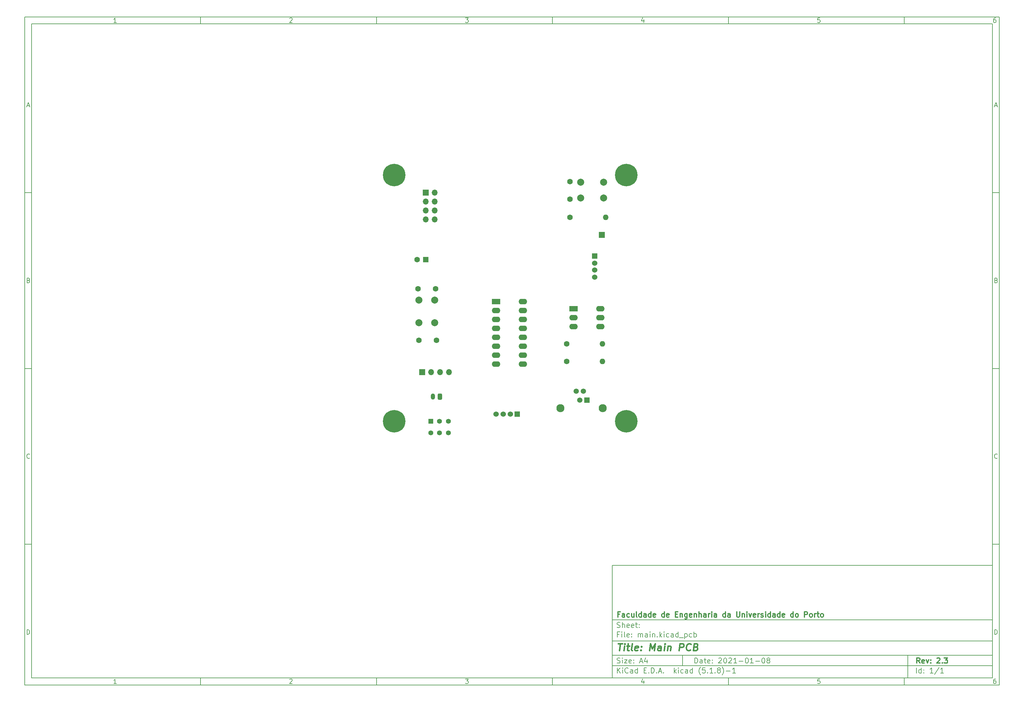
<source format=gbr>
%TF.GenerationSoftware,KiCad,Pcbnew,(5.1.8)-1*%
%TF.CreationDate,2021-01-08T10:56:16+00:00*%
%TF.ProjectId,main,6d61696e-2e6b-4696-9361-645f70636258,2.3*%
%TF.SameCoordinates,Original*%
%TF.FileFunction,Soldermask,Top*%
%TF.FilePolarity,Negative*%
%FSLAX46Y46*%
G04 Gerber Fmt 4.6, Leading zero omitted, Abs format (unit mm)*
G04 Created by KiCad (PCBNEW (5.1.8)-1) date 2021-01-08 10:56:16*
%MOMM*%
%LPD*%
G01*
G04 APERTURE LIST*
%ADD10C,0.100000*%
%ADD11C,0.150000*%
%ADD12C,0.300000*%
%ADD13C,0.400000*%
%ADD14C,1.500000*%
%ADD15C,2.300000*%
%ADD16R,1.500000X1.500000*%
%ADD17C,1.524000*%
%ADD18R,1.524000X1.524000*%
%ADD19C,6.400000*%
%ADD20O,2.400000X1.600000*%
%ADD21R,2.400000X1.600000*%
%ADD22C,2.000000*%
%ADD23O,1.600000X1.600000*%
%ADD24C,1.600000*%
%ADD25R,1.600000X1.600000*%
%ADD26C,1.400000*%
%ADD27R,1.400000X1.400000*%
%ADD28O,1.700000X1.700000*%
%ADD29R,1.700000X1.700000*%
%ADD30O,1.200000X1.750000*%
G04 APERTURE END LIST*
D10*
D11*
X177002200Y-166007200D02*
X177002200Y-198007200D01*
X285002200Y-198007200D01*
X285002200Y-166007200D01*
X177002200Y-166007200D01*
D10*
D11*
X10000000Y-10000000D02*
X10000000Y-200007200D01*
X287002200Y-200007200D01*
X287002200Y-10000000D01*
X10000000Y-10000000D01*
D10*
D11*
X12000000Y-12000000D02*
X12000000Y-198007200D01*
X285002200Y-198007200D01*
X285002200Y-12000000D01*
X12000000Y-12000000D01*
D10*
D11*
X60000000Y-12000000D02*
X60000000Y-10000000D01*
D10*
D11*
X110000000Y-12000000D02*
X110000000Y-10000000D01*
D10*
D11*
X160000000Y-12000000D02*
X160000000Y-10000000D01*
D10*
D11*
X210000000Y-12000000D02*
X210000000Y-10000000D01*
D10*
D11*
X260000000Y-12000000D02*
X260000000Y-10000000D01*
D10*
D11*
X36065476Y-11588095D02*
X35322619Y-11588095D01*
X35694047Y-11588095D02*
X35694047Y-10288095D01*
X35570238Y-10473809D01*
X35446428Y-10597619D01*
X35322619Y-10659523D01*
D10*
D11*
X85322619Y-10411904D02*
X85384523Y-10350000D01*
X85508333Y-10288095D01*
X85817857Y-10288095D01*
X85941666Y-10350000D01*
X86003571Y-10411904D01*
X86065476Y-10535714D01*
X86065476Y-10659523D01*
X86003571Y-10845238D01*
X85260714Y-11588095D01*
X86065476Y-11588095D01*
D10*
D11*
X135260714Y-10288095D02*
X136065476Y-10288095D01*
X135632142Y-10783333D01*
X135817857Y-10783333D01*
X135941666Y-10845238D01*
X136003571Y-10907142D01*
X136065476Y-11030952D01*
X136065476Y-11340476D01*
X136003571Y-11464285D01*
X135941666Y-11526190D01*
X135817857Y-11588095D01*
X135446428Y-11588095D01*
X135322619Y-11526190D01*
X135260714Y-11464285D01*
D10*
D11*
X185941666Y-10721428D02*
X185941666Y-11588095D01*
X185632142Y-10226190D02*
X185322619Y-11154761D01*
X186127380Y-11154761D01*
D10*
D11*
X236003571Y-10288095D02*
X235384523Y-10288095D01*
X235322619Y-10907142D01*
X235384523Y-10845238D01*
X235508333Y-10783333D01*
X235817857Y-10783333D01*
X235941666Y-10845238D01*
X236003571Y-10907142D01*
X236065476Y-11030952D01*
X236065476Y-11340476D01*
X236003571Y-11464285D01*
X235941666Y-11526190D01*
X235817857Y-11588095D01*
X235508333Y-11588095D01*
X235384523Y-11526190D01*
X235322619Y-11464285D01*
D10*
D11*
X285941666Y-10288095D02*
X285694047Y-10288095D01*
X285570238Y-10350000D01*
X285508333Y-10411904D01*
X285384523Y-10597619D01*
X285322619Y-10845238D01*
X285322619Y-11340476D01*
X285384523Y-11464285D01*
X285446428Y-11526190D01*
X285570238Y-11588095D01*
X285817857Y-11588095D01*
X285941666Y-11526190D01*
X286003571Y-11464285D01*
X286065476Y-11340476D01*
X286065476Y-11030952D01*
X286003571Y-10907142D01*
X285941666Y-10845238D01*
X285817857Y-10783333D01*
X285570238Y-10783333D01*
X285446428Y-10845238D01*
X285384523Y-10907142D01*
X285322619Y-11030952D01*
D10*
D11*
X60000000Y-198007200D02*
X60000000Y-200007200D01*
D10*
D11*
X110000000Y-198007200D02*
X110000000Y-200007200D01*
D10*
D11*
X160000000Y-198007200D02*
X160000000Y-200007200D01*
D10*
D11*
X210000000Y-198007200D02*
X210000000Y-200007200D01*
D10*
D11*
X260000000Y-198007200D02*
X260000000Y-200007200D01*
D10*
D11*
X36065476Y-199595295D02*
X35322619Y-199595295D01*
X35694047Y-199595295D02*
X35694047Y-198295295D01*
X35570238Y-198481009D01*
X35446428Y-198604819D01*
X35322619Y-198666723D01*
D10*
D11*
X85322619Y-198419104D02*
X85384523Y-198357200D01*
X85508333Y-198295295D01*
X85817857Y-198295295D01*
X85941666Y-198357200D01*
X86003571Y-198419104D01*
X86065476Y-198542914D01*
X86065476Y-198666723D01*
X86003571Y-198852438D01*
X85260714Y-199595295D01*
X86065476Y-199595295D01*
D10*
D11*
X135260714Y-198295295D02*
X136065476Y-198295295D01*
X135632142Y-198790533D01*
X135817857Y-198790533D01*
X135941666Y-198852438D01*
X136003571Y-198914342D01*
X136065476Y-199038152D01*
X136065476Y-199347676D01*
X136003571Y-199471485D01*
X135941666Y-199533390D01*
X135817857Y-199595295D01*
X135446428Y-199595295D01*
X135322619Y-199533390D01*
X135260714Y-199471485D01*
D10*
D11*
X185941666Y-198728628D02*
X185941666Y-199595295D01*
X185632142Y-198233390D02*
X185322619Y-199161961D01*
X186127380Y-199161961D01*
D10*
D11*
X236003571Y-198295295D02*
X235384523Y-198295295D01*
X235322619Y-198914342D01*
X235384523Y-198852438D01*
X235508333Y-198790533D01*
X235817857Y-198790533D01*
X235941666Y-198852438D01*
X236003571Y-198914342D01*
X236065476Y-199038152D01*
X236065476Y-199347676D01*
X236003571Y-199471485D01*
X235941666Y-199533390D01*
X235817857Y-199595295D01*
X235508333Y-199595295D01*
X235384523Y-199533390D01*
X235322619Y-199471485D01*
D10*
D11*
X285941666Y-198295295D02*
X285694047Y-198295295D01*
X285570238Y-198357200D01*
X285508333Y-198419104D01*
X285384523Y-198604819D01*
X285322619Y-198852438D01*
X285322619Y-199347676D01*
X285384523Y-199471485D01*
X285446428Y-199533390D01*
X285570238Y-199595295D01*
X285817857Y-199595295D01*
X285941666Y-199533390D01*
X286003571Y-199471485D01*
X286065476Y-199347676D01*
X286065476Y-199038152D01*
X286003571Y-198914342D01*
X285941666Y-198852438D01*
X285817857Y-198790533D01*
X285570238Y-198790533D01*
X285446428Y-198852438D01*
X285384523Y-198914342D01*
X285322619Y-199038152D01*
D10*
D11*
X10000000Y-60000000D02*
X12000000Y-60000000D01*
D10*
D11*
X10000000Y-110000000D02*
X12000000Y-110000000D01*
D10*
D11*
X10000000Y-160000000D02*
X12000000Y-160000000D01*
D10*
D11*
X10690476Y-35216666D02*
X11309523Y-35216666D01*
X10566666Y-35588095D02*
X11000000Y-34288095D01*
X11433333Y-35588095D01*
D10*
D11*
X11092857Y-84907142D02*
X11278571Y-84969047D01*
X11340476Y-85030952D01*
X11402380Y-85154761D01*
X11402380Y-85340476D01*
X11340476Y-85464285D01*
X11278571Y-85526190D01*
X11154761Y-85588095D01*
X10659523Y-85588095D01*
X10659523Y-84288095D01*
X11092857Y-84288095D01*
X11216666Y-84350000D01*
X11278571Y-84411904D01*
X11340476Y-84535714D01*
X11340476Y-84659523D01*
X11278571Y-84783333D01*
X11216666Y-84845238D01*
X11092857Y-84907142D01*
X10659523Y-84907142D01*
D10*
D11*
X11402380Y-135464285D02*
X11340476Y-135526190D01*
X11154761Y-135588095D01*
X11030952Y-135588095D01*
X10845238Y-135526190D01*
X10721428Y-135402380D01*
X10659523Y-135278571D01*
X10597619Y-135030952D01*
X10597619Y-134845238D01*
X10659523Y-134597619D01*
X10721428Y-134473809D01*
X10845238Y-134350000D01*
X11030952Y-134288095D01*
X11154761Y-134288095D01*
X11340476Y-134350000D01*
X11402380Y-134411904D01*
D10*
D11*
X10659523Y-185588095D02*
X10659523Y-184288095D01*
X10969047Y-184288095D01*
X11154761Y-184350000D01*
X11278571Y-184473809D01*
X11340476Y-184597619D01*
X11402380Y-184845238D01*
X11402380Y-185030952D01*
X11340476Y-185278571D01*
X11278571Y-185402380D01*
X11154761Y-185526190D01*
X10969047Y-185588095D01*
X10659523Y-185588095D01*
D10*
D11*
X287002200Y-60000000D02*
X285002200Y-60000000D01*
D10*
D11*
X287002200Y-110000000D02*
X285002200Y-110000000D01*
D10*
D11*
X287002200Y-160000000D02*
X285002200Y-160000000D01*
D10*
D11*
X285692676Y-35216666D02*
X286311723Y-35216666D01*
X285568866Y-35588095D02*
X286002200Y-34288095D01*
X286435533Y-35588095D01*
D10*
D11*
X286095057Y-84907142D02*
X286280771Y-84969047D01*
X286342676Y-85030952D01*
X286404580Y-85154761D01*
X286404580Y-85340476D01*
X286342676Y-85464285D01*
X286280771Y-85526190D01*
X286156961Y-85588095D01*
X285661723Y-85588095D01*
X285661723Y-84288095D01*
X286095057Y-84288095D01*
X286218866Y-84350000D01*
X286280771Y-84411904D01*
X286342676Y-84535714D01*
X286342676Y-84659523D01*
X286280771Y-84783333D01*
X286218866Y-84845238D01*
X286095057Y-84907142D01*
X285661723Y-84907142D01*
D10*
D11*
X286404580Y-135464285D02*
X286342676Y-135526190D01*
X286156961Y-135588095D01*
X286033152Y-135588095D01*
X285847438Y-135526190D01*
X285723628Y-135402380D01*
X285661723Y-135278571D01*
X285599819Y-135030952D01*
X285599819Y-134845238D01*
X285661723Y-134597619D01*
X285723628Y-134473809D01*
X285847438Y-134350000D01*
X286033152Y-134288095D01*
X286156961Y-134288095D01*
X286342676Y-134350000D01*
X286404580Y-134411904D01*
D10*
D11*
X285661723Y-185588095D02*
X285661723Y-184288095D01*
X285971247Y-184288095D01*
X286156961Y-184350000D01*
X286280771Y-184473809D01*
X286342676Y-184597619D01*
X286404580Y-184845238D01*
X286404580Y-185030952D01*
X286342676Y-185278571D01*
X286280771Y-185402380D01*
X286156961Y-185526190D01*
X285971247Y-185588095D01*
X285661723Y-185588095D01*
D10*
D11*
X200434342Y-193785771D02*
X200434342Y-192285771D01*
X200791485Y-192285771D01*
X201005771Y-192357200D01*
X201148628Y-192500057D01*
X201220057Y-192642914D01*
X201291485Y-192928628D01*
X201291485Y-193142914D01*
X201220057Y-193428628D01*
X201148628Y-193571485D01*
X201005771Y-193714342D01*
X200791485Y-193785771D01*
X200434342Y-193785771D01*
X202577200Y-193785771D02*
X202577200Y-193000057D01*
X202505771Y-192857200D01*
X202362914Y-192785771D01*
X202077200Y-192785771D01*
X201934342Y-192857200D01*
X202577200Y-193714342D02*
X202434342Y-193785771D01*
X202077200Y-193785771D01*
X201934342Y-193714342D01*
X201862914Y-193571485D01*
X201862914Y-193428628D01*
X201934342Y-193285771D01*
X202077200Y-193214342D01*
X202434342Y-193214342D01*
X202577200Y-193142914D01*
X203077200Y-192785771D02*
X203648628Y-192785771D01*
X203291485Y-192285771D02*
X203291485Y-193571485D01*
X203362914Y-193714342D01*
X203505771Y-193785771D01*
X203648628Y-193785771D01*
X204720057Y-193714342D02*
X204577200Y-193785771D01*
X204291485Y-193785771D01*
X204148628Y-193714342D01*
X204077200Y-193571485D01*
X204077200Y-193000057D01*
X204148628Y-192857200D01*
X204291485Y-192785771D01*
X204577200Y-192785771D01*
X204720057Y-192857200D01*
X204791485Y-193000057D01*
X204791485Y-193142914D01*
X204077200Y-193285771D01*
X205434342Y-193642914D02*
X205505771Y-193714342D01*
X205434342Y-193785771D01*
X205362914Y-193714342D01*
X205434342Y-193642914D01*
X205434342Y-193785771D01*
X205434342Y-192857200D02*
X205505771Y-192928628D01*
X205434342Y-193000057D01*
X205362914Y-192928628D01*
X205434342Y-192857200D01*
X205434342Y-193000057D01*
X207220057Y-192428628D02*
X207291485Y-192357200D01*
X207434342Y-192285771D01*
X207791485Y-192285771D01*
X207934342Y-192357200D01*
X208005771Y-192428628D01*
X208077200Y-192571485D01*
X208077200Y-192714342D01*
X208005771Y-192928628D01*
X207148628Y-193785771D01*
X208077200Y-193785771D01*
X209005771Y-192285771D02*
X209148628Y-192285771D01*
X209291485Y-192357200D01*
X209362914Y-192428628D01*
X209434342Y-192571485D01*
X209505771Y-192857200D01*
X209505771Y-193214342D01*
X209434342Y-193500057D01*
X209362914Y-193642914D01*
X209291485Y-193714342D01*
X209148628Y-193785771D01*
X209005771Y-193785771D01*
X208862914Y-193714342D01*
X208791485Y-193642914D01*
X208720057Y-193500057D01*
X208648628Y-193214342D01*
X208648628Y-192857200D01*
X208720057Y-192571485D01*
X208791485Y-192428628D01*
X208862914Y-192357200D01*
X209005771Y-192285771D01*
X210077200Y-192428628D02*
X210148628Y-192357200D01*
X210291485Y-192285771D01*
X210648628Y-192285771D01*
X210791485Y-192357200D01*
X210862914Y-192428628D01*
X210934342Y-192571485D01*
X210934342Y-192714342D01*
X210862914Y-192928628D01*
X210005771Y-193785771D01*
X210934342Y-193785771D01*
X212362914Y-193785771D02*
X211505771Y-193785771D01*
X211934342Y-193785771D02*
X211934342Y-192285771D01*
X211791485Y-192500057D01*
X211648628Y-192642914D01*
X211505771Y-192714342D01*
X213005771Y-193214342D02*
X214148628Y-193214342D01*
X215148628Y-192285771D02*
X215291485Y-192285771D01*
X215434342Y-192357200D01*
X215505771Y-192428628D01*
X215577200Y-192571485D01*
X215648628Y-192857200D01*
X215648628Y-193214342D01*
X215577200Y-193500057D01*
X215505771Y-193642914D01*
X215434342Y-193714342D01*
X215291485Y-193785771D01*
X215148628Y-193785771D01*
X215005771Y-193714342D01*
X214934342Y-193642914D01*
X214862914Y-193500057D01*
X214791485Y-193214342D01*
X214791485Y-192857200D01*
X214862914Y-192571485D01*
X214934342Y-192428628D01*
X215005771Y-192357200D01*
X215148628Y-192285771D01*
X217077200Y-193785771D02*
X216220057Y-193785771D01*
X216648628Y-193785771D02*
X216648628Y-192285771D01*
X216505771Y-192500057D01*
X216362914Y-192642914D01*
X216220057Y-192714342D01*
X217720057Y-193214342D02*
X218862914Y-193214342D01*
X219862914Y-192285771D02*
X220005771Y-192285771D01*
X220148628Y-192357200D01*
X220220057Y-192428628D01*
X220291485Y-192571485D01*
X220362914Y-192857200D01*
X220362914Y-193214342D01*
X220291485Y-193500057D01*
X220220057Y-193642914D01*
X220148628Y-193714342D01*
X220005771Y-193785771D01*
X219862914Y-193785771D01*
X219720057Y-193714342D01*
X219648628Y-193642914D01*
X219577200Y-193500057D01*
X219505771Y-193214342D01*
X219505771Y-192857200D01*
X219577200Y-192571485D01*
X219648628Y-192428628D01*
X219720057Y-192357200D01*
X219862914Y-192285771D01*
X221220057Y-192928628D02*
X221077200Y-192857200D01*
X221005771Y-192785771D01*
X220934342Y-192642914D01*
X220934342Y-192571485D01*
X221005771Y-192428628D01*
X221077200Y-192357200D01*
X221220057Y-192285771D01*
X221505771Y-192285771D01*
X221648628Y-192357200D01*
X221720057Y-192428628D01*
X221791485Y-192571485D01*
X221791485Y-192642914D01*
X221720057Y-192785771D01*
X221648628Y-192857200D01*
X221505771Y-192928628D01*
X221220057Y-192928628D01*
X221077200Y-193000057D01*
X221005771Y-193071485D01*
X220934342Y-193214342D01*
X220934342Y-193500057D01*
X221005771Y-193642914D01*
X221077200Y-193714342D01*
X221220057Y-193785771D01*
X221505771Y-193785771D01*
X221648628Y-193714342D01*
X221720057Y-193642914D01*
X221791485Y-193500057D01*
X221791485Y-193214342D01*
X221720057Y-193071485D01*
X221648628Y-193000057D01*
X221505771Y-192928628D01*
D10*
D11*
X177002200Y-194507200D02*
X285002200Y-194507200D01*
D10*
D11*
X178434342Y-196585771D02*
X178434342Y-195085771D01*
X179291485Y-196585771D02*
X178648628Y-195728628D01*
X179291485Y-195085771D02*
X178434342Y-195942914D01*
X179934342Y-196585771D02*
X179934342Y-195585771D01*
X179934342Y-195085771D02*
X179862914Y-195157200D01*
X179934342Y-195228628D01*
X180005771Y-195157200D01*
X179934342Y-195085771D01*
X179934342Y-195228628D01*
X181505771Y-196442914D02*
X181434342Y-196514342D01*
X181220057Y-196585771D01*
X181077200Y-196585771D01*
X180862914Y-196514342D01*
X180720057Y-196371485D01*
X180648628Y-196228628D01*
X180577200Y-195942914D01*
X180577200Y-195728628D01*
X180648628Y-195442914D01*
X180720057Y-195300057D01*
X180862914Y-195157200D01*
X181077200Y-195085771D01*
X181220057Y-195085771D01*
X181434342Y-195157200D01*
X181505771Y-195228628D01*
X182791485Y-196585771D02*
X182791485Y-195800057D01*
X182720057Y-195657200D01*
X182577200Y-195585771D01*
X182291485Y-195585771D01*
X182148628Y-195657200D01*
X182791485Y-196514342D02*
X182648628Y-196585771D01*
X182291485Y-196585771D01*
X182148628Y-196514342D01*
X182077200Y-196371485D01*
X182077200Y-196228628D01*
X182148628Y-196085771D01*
X182291485Y-196014342D01*
X182648628Y-196014342D01*
X182791485Y-195942914D01*
X184148628Y-196585771D02*
X184148628Y-195085771D01*
X184148628Y-196514342D02*
X184005771Y-196585771D01*
X183720057Y-196585771D01*
X183577200Y-196514342D01*
X183505771Y-196442914D01*
X183434342Y-196300057D01*
X183434342Y-195871485D01*
X183505771Y-195728628D01*
X183577200Y-195657200D01*
X183720057Y-195585771D01*
X184005771Y-195585771D01*
X184148628Y-195657200D01*
X186005771Y-195800057D02*
X186505771Y-195800057D01*
X186720057Y-196585771D02*
X186005771Y-196585771D01*
X186005771Y-195085771D01*
X186720057Y-195085771D01*
X187362914Y-196442914D02*
X187434342Y-196514342D01*
X187362914Y-196585771D01*
X187291485Y-196514342D01*
X187362914Y-196442914D01*
X187362914Y-196585771D01*
X188077200Y-196585771D02*
X188077200Y-195085771D01*
X188434342Y-195085771D01*
X188648628Y-195157200D01*
X188791485Y-195300057D01*
X188862914Y-195442914D01*
X188934342Y-195728628D01*
X188934342Y-195942914D01*
X188862914Y-196228628D01*
X188791485Y-196371485D01*
X188648628Y-196514342D01*
X188434342Y-196585771D01*
X188077200Y-196585771D01*
X189577200Y-196442914D02*
X189648628Y-196514342D01*
X189577200Y-196585771D01*
X189505771Y-196514342D01*
X189577200Y-196442914D01*
X189577200Y-196585771D01*
X190220057Y-196157200D02*
X190934342Y-196157200D01*
X190077200Y-196585771D02*
X190577200Y-195085771D01*
X191077200Y-196585771D01*
X191577200Y-196442914D02*
X191648628Y-196514342D01*
X191577200Y-196585771D01*
X191505771Y-196514342D01*
X191577200Y-196442914D01*
X191577200Y-196585771D01*
X194577200Y-196585771D02*
X194577200Y-195085771D01*
X194720057Y-196014342D02*
X195148628Y-196585771D01*
X195148628Y-195585771D02*
X194577200Y-196157200D01*
X195791485Y-196585771D02*
X195791485Y-195585771D01*
X195791485Y-195085771D02*
X195720057Y-195157200D01*
X195791485Y-195228628D01*
X195862914Y-195157200D01*
X195791485Y-195085771D01*
X195791485Y-195228628D01*
X197148628Y-196514342D02*
X197005771Y-196585771D01*
X196720057Y-196585771D01*
X196577200Y-196514342D01*
X196505771Y-196442914D01*
X196434342Y-196300057D01*
X196434342Y-195871485D01*
X196505771Y-195728628D01*
X196577200Y-195657200D01*
X196720057Y-195585771D01*
X197005771Y-195585771D01*
X197148628Y-195657200D01*
X198434342Y-196585771D02*
X198434342Y-195800057D01*
X198362914Y-195657200D01*
X198220057Y-195585771D01*
X197934342Y-195585771D01*
X197791485Y-195657200D01*
X198434342Y-196514342D02*
X198291485Y-196585771D01*
X197934342Y-196585771D01*
X197791485Y-196514342D01*
X197720057Y-196371485D01*
X197720057Y-196228628D01*
X197791485Y-196085771D01*
X197934342Y-196014342D01*
X198291485Y-196014342D01*
X198434342Y-195942914D01*
X199791485Y-196585771D02*
X199791485Y-195085771D01*
X199791485Y-196514342D02*
X199648628Y-196585771D01*
X199362914Y-196585771D01*
X199220057Y-196514342D01*
X199148628Y-196442914D01*
X199077200Y-196300057D01*
X199077200Y-195871485D01*
X199148628Y-195728628D01*
X199220057Y-195657200D01*
X199362914Y-195585771D01*
X199648628Y-195585771D01*
X199791485Y-195657200D01*
X202077200Y-197157200D02*
X202005771Y-197085771D01*
X201862914Y-196871485D01*
X201791485Y-196728628D01*
X201720057Y-196514342D01*
X201648628Y-196157200D01*
X201648628Y-195871485D01*
X201720057Y-195514342D01*
X201791485Y-195300057D01*
X201862914Y-195157200D01*
X202005771Y-194942914D01*
X202077200Y-194871485D01*
X203362914Y-195085771D02*
X202648628Y-195085771D01*
X202577200Y-195800057D01*
X202648628Y-195728628D01*
X202791485Y-195657200D01*
X203148628Y-195657200D01*
X203291485Y-195728628D01*
X203362914Y-195800057D01*
X203434342Y-195942914D01*
X203434342Y-196300057D01*
X203362914Y-196442914D01*
X203291485Y-196514342D01*
X203148628Y-196585771D01*
X202791485Y-196585771D01*
X202648628Y-196514342D01*
X202577200Y-196442914D01*
X204077200Y-196442914D02*
X204148628Y-196514342D01*
X204077200Y-196585771D01*
X204005771Y-196514342D01*
X204077200Y-196442914D01*
X204077200Y-196585771D01*
X205577200Y-196585771D02*
X204720057Y-196585771D01*
X205148628Y-196585771D02*
X205148628Y-195085771D01*
X205005771Y-195300057D01*
X204862914Y-195442914D01*
X204720057Y-195514342D01*
X206220057Y-196442914D02*
X206291485Y-196514342D01*
X206220057Y-196585771D01*
X206148628Y-196514342D01*
X206220057Y-196442914D01*
X206220057Y-196585771D01*
X207148628Y-195728628D02*
X207005771Y-195657200D01*
X206934342Y-195585771D01*
X206862914Y-195442914D01*
X206862914Y-195371485D01*
X206934342Y-195228628D01*
X207005771Y-195157200D01*
X207148628Y-195085771D01*
X207434342Y-195085771D01*
X207577200Y-195157200D01*
X207648628Y-195228628D01*
X207720057Y-195371485D01*
X207720057Y-195442914D01*
X207648628Y-195585771D01*
X207577200Y-195657200D01*
X207434342Y-195728628D01*
X207148628Y-195728628D01*
X207005771Y-195800057D01*
X206934342Y-195871485D01*
X206862914Y-196014342D01*
X206862914Y-196300057D01*
X206934342Y-196442914D01*
X207005771Y-196514342D01*
X207148628Y-196585771D01*
X207434342Y-196585771D01*
X207577200Y-196514342D01*
X207648628Y-196442914D01*
X207720057Y-196300057D01*
X207720057Y-196014342D01*
X207648628Y-195871485D01*
X207577200Y-195800057D01*
X207434342Y-195728628D01*
X208220057Y-197157200D02*
X208291485Y-197085771D01*
X208434342Y-196871485D01*
X208505771Y-196728628D01*
X208577200Y-196514342D01*
X208648628Y-196157200D01*
X208648628Y-195871485D01*
X208577200Y-195514342D01*
X208505771Y-195300057D01*
X208434342Y-195157200D01*
X208291485Y-194942914D01*
X208220057Y-194871485D01*
X209362914Y-196014342D02*
X210505771Y-196014342D01*
X212005771Y-196585771D02*
X211148628Y-196585771D01*
X211577200Y-196585771D02*
X211577200Y-195085771D01*
X211434342Y-195300057D01*
X211291485Y-195442914D01*
X211148628Y-195514342D01*
D10*
D11*
X177002200Y-191507200D02*
X285002200Y-191507200D01*
D10*
D12*
X264411485Y-193785771D02*
X263911485Y-193071485D01*
X263554342Y-193785771D02*
X263554342Y-192285771D01*
X264125771Y-192285771D01*
X264268628Y-192357200D01*
X264340057Y-192428628D01*
X264411485Y-192571485D01*
X264411485Y-192785771D01*
X264340057Y-192928628D01*
X264268628Y-193000057D01*
X264125771Y-193071485D01*
X263554342Y-193071485D01*
X265625771Y-193714342D02*
X265482914Y-193785771D01*
X265197200Y-193785771D01*
X265054342Y-193714342D01*
X264982914Y-193571485D01*
X264982914Y-193000057D01*
X265054342Y-192857200D01*
X265197200Y-192785771D01*
X265482914Y-192785771D01*
X265625771Y-192857200D01*
X265697200Y-193000057D01*
X265697200Y-193142914D01*
X264982914Y-193285771D01*
X266197200Y-192785771D02*
X266554342Y-193785771D01*
X266911485Y-192785771D01*
X267482914Y-193642914D02*
X267554342Y-193714342D01*
X267482914Y-193785771D01*
X267411485Y-193714342D01*
X267482914Y-193642914D01*
X267482914Y-193785771D01*
X267482914Y-192857200D02*
X267554342Y-192928628D01*
X267482914Y-193000057D01*
X267411485Y-192928628D01*
X267482914Y-192857200D01*
X267482914Y-193000057D01*
X269268628Y-192428628D02*
X269340057Y-192357200D01*
X269482914Y-192285771D01*
X269840057Y-192285771D01*
X269982914Y-192357200D01*
X270054342Y-192428628D01*
X270125771Y-192571485D01*
X270125771Y-192714342D01*
X270054342Y-192928628D01*
X269197200Y-193785771D01*
X270125771Y-193785771D01*
X270768628Y-193642914D02*
X270840057Y-193714342D01*
X270768628Y-193785771D01*
X270697200Y-193714342D01*
X270768628Y-193642914D01*
X270768628Y-193785771D01*
X271340057Y-192285771D02*
X272268628Y-192285771D01*
X271768628Y-192857200D01*
X271982914Y-192857200D01*
X272125771Y-192928628D01*
X272197200Y-193000057D01*
X272268628Y-193142914D01*
X272268628Y-193500057D01*
X272197200Y-193642914D01*
X272125771Y-193714342D01*
X271982914Y-193785771D01*
X271554342Y-193785771D01*
X271411485Y-193714342D01*
X271340057Y-193642914D01*
D10*
D11*
X178362914Y-193714342D02*
X178577200Y-193785771D01*
X178934342Y-193785771D01*
X179077200Y-193714342D01*
X179148628Y-193642914D01*
X179220057Y-193500057D01*
X179220057Y-193357200D01*
X179148628Y-193214342D01*
X179077200Y-193142914D01*
X178934342Y-193071485D01*
X178648628Y-193000057D01*
X178505771Y-192928628D01*
X178434342Y-192857200D01*
X178362914Y-192714342D01*
X178362914Y-192571485D01*
X178434342Y-192428628D01*
X178505771Y-192357200D01*
X178648628Y-192285771D01*
X179005771Y-192285771D01*
X179220057Y-192357200D01*
X179862914Y-193785771D02*
X179862914Y-192785771D01*
X179862914Y-192285771D02*
X179791485Y-192357200D01*
X179862914Y-192428628D01*
X179934342Y-192357200D01*
X179862914Y-192285771D01*
X179862914Y-192428628D01*
X180434342Y-192785771D02*
X181220057Y-192785771D01*
X180434342Y-193785771D01*
X181220057Y-193785771D01*
X182362914Y-193714342D02*
X182220057Y-193785771D01*
X181934342Y-193785771D01*
X181791485Y-193714342D01*
X181720057Y-193571485D01*
X181720057Y-193000057D01*
X181791485Y-192857200D01*
X181934342Y-192785771D01*
X182220057Y-192785771D01*
X182362914Y-192857200D01*
X182434342Y-193000057D01*
X182434342Y-193142914D01*
X181720057Y-193285771D01*
X183077200Y-193642914D02*
X183148628Y-193714342D01*
X183077200Y-193785771D01*
X183005771Y-193714342D01*
X183077200Y-193642914D01*
X183077200Y-193785771D01*
X183077200Y-192857200D02*
X183148628Y-192928628D01*
X183077200Y-193000057D01*
X183005771Y-192928628D01*
X183077200Y-192857200D01*
X183077200Y-193000057D01*
X184862914Y-193357200D02*
X185577200Y-193357200D01*
X184720057Y-193785771D02*
X185220057Y-192285771D01*
X185720057Y-193785771D01*
X186862914Y-192785771D02*
X186862914Y-193785771D01*
X186505771Y-192214342D02*
X186148628Y-193285771D01*
X187077200Y-193285771D01*
D10*
D11*
X263434342Y-196585771D02*
X263434342Y-195085771D01*
X264791485Y-196585771D02*
X264791485Y-195085771D01*
X264791485Y-196514342D02*
X264648628Y-196585771D01*
X264362914Y-196585771D01*
X264220057Y-196514342D01*
X264148628Y-196442914D01*
X264077200Y-196300057D01*
X264077200Y-195871485D01*
X264148628Y-195728628D01*
X264220057Y-195657200D01*
X264362914Y-195585771D01*
X264648628Y-195585771D01*
X264791485Y-195657200D01*
X265505771Y-196442914D02*
X265577200Y-196514342D01*
X265505771Y-196585771D01*
X265434342Y-196514342D01*
X265505771Y-196442914D01*
X265505771Y-196585771D01*
X265505771Y-195657200D02*
X265577200Y-195728628D01*
X265505771Y-195800057D01*
X265434342Y-195728628D01*
X265505771Y-195657200D01*
X265505771Y-195800057D01*
X268148628Y-196585771D02*
X267291485Y-196585771D01*
X267720057Y-196585771D02*
X267720057Y-195085771D01*
X267577200Y-195300057D01*
X267434342Y-195442914D01*
X267291485Y-195514342D01*
X269862914Y-195014342D02*
X268577200Y-196942914D01*
X271148628Y-196585771D02*
X270291485Y-196585771D01*
X270720057Y-196585771D02*
X270720057Y-195085771D01*
X270577200Y-195300057D01*
X270434342Y-195442914D01*
X270291485Y-195514342D01*
D10*
D11*
X177002200Y-187507200D02*
X285002200Y-187507200D01*
D10*
D13*
X178714580Y-188211961D02*
X179857438Y-188211961D01*
X179036009Y-190211961D02*
X179286009Y-188211961D01*
X180274104Y-190211961D02*
X180440771Y-188878628D01*
X180524104Y-188211961D02*
X180416961Y-188307200D01*
X180500295Y-188402438D01*
X180607438Y-188307200D01*
X180524104Y-188211961D01*
X180500295Y-188402438D01*
X181107438Y-188878628D02*
X181869342Y-188878628D01*
X181476485Y-188211961D02*
X181262200Y-189926247D01*
X181333628Y-190116723D01*
X181512200Y-190211961D01*
X181702676Y-190211961D01*
X182655057Y-190211961D02*
X182476485Y-190116723D01*
X182405057Y-189926247D01*
X182619342Y-188211961D01*
X184190771Y-190116723D02*
X183988390Y-190211961D01*
X183607438Y-190211961D01*
X183428866Y-190116723D01*
X183357438Y-189926247D01*
X183452676Y-189164342D01*
X183571723Y-188973866D01*
X183774104Y-188878628D01*
X184155057Y-188878628D01*
X184333628Y-188973866D01*
X184405057Y-189164342D01*
X184381247Y-189354819D01*
X183405057Y-189545295D01*
X185155057Y-190021485D02*
X185238390Y-190116723D01*
X185131247Y-190211961D01*
X185047914Y-190116723D01*
X185155057Y-190021485D01*
X185131247Y-190211961D01*
X185286009Y-188973866D02*
X185369342Y-189069104D01*
X185262200Y-189164342D01*
X185178866Y-189069104D01*
X185286009Y-188973866D01*
X185262200Y-189164342D01*
X187607438Y-190211961D02*
X187857438Y-188211961D01*
X188345533Y-189640533D01*
X189190771Y-188211961D01*
X188940771Y-190211961D01*
X190750295Y-190211961D02*
X190881247Y-189164342D01*
X190809819Y-188973866D01*
X190631247Y-188878628D01*
X190250295Y-188878628D01*
X190047914Y-188973866D01*
X190762200Y-190116723D02*
X190559819Y-190211961D01*
X190083628Y-190211961D01*
X189905057Y-190116723D01*
X189833628Y-189926247D01*
X189857438Y-189735771D01*
X189976485Y-189545295D01*
X190178866Y-189450057D01*
X190655057Y-189450057D01*
X190857438Y-189354819D01*
X191702676Y-190211961D02*
X191869342Y-188878628D01*
X191952676Y-188211961D02*
X191845533Y-188307200D01*
X191928866Y-188402438D01*
X192036009Y-188307200D01*
X191952676Y-188211961D01*
X191928866Y-188402438D01*
X192821723Y-188878628D02*
X192655057Y-190211961D01*
X192797914Y-189069104D02*
X192905057Y-188973866D01*
X193107438Y-188878628D01*
X193393152Y-188878628D01*
X193571723Y-188973866D01*
X193643152Y-189164342D01*
X193512200Y-190211961D01*
X195988390Y-190211961D02*
X196238390Y-188211961D01*
X197000295Y-188211961D01*
X197178866Y-188307200D01*
X197262200Y-188402438D01*
X197333628Y-188592914D01*
X197297914Y-188878628D01*
X197178866Y-189069104D01*
X197071723Y-189164342D01*
X196869342Y-189259580D01*
X196107438Y-189259580D01*
X199155057Y-190021485D02*
X199047914Y-190116723D01*
X198750295Y-190211961D01*
X198559819Y-190211961D01*
X198286009Y-190116723D01*
X198119342Y-189926247D01*
X198047914Y-189735771D01*
X198000295Y-189354819D01*
X198036009Y-189069104D01*
X198178866Y-188688152D01*
X198297914Y-188497676D01*
X198512200Y-188307200D01*
X198809819Y-188211961D01*
X199000295Y-188211961D01*
X199274104Y-188307200D01*
X199357438Y-188402438D01*
X200786009Y-189164342D02*
X201059819Y-189259580D01*
X201143152Y-189354819D01*
X201214580Y-189545295D01*
X201178866Y-189831009D01*
X201059819Y-190021485D01*
X200952676Y-190116723D01*
X200750295Y-190211961D01*
X199988390Y-190211961D01*
X200238390Y-188211961D01*
X200905057Y-188211961D01*
X201083628Y-188307200D01*
X201166961Y-188402438D01*
X201238390Y-188592914D01*
X201214580Y-188783390D01*
X201095533Y-188973866D01*
X200988390Y-189069104D01*
X200786009Y-189164342D01*
X200119342Y-189164342D01*
D10*
D11*
X178934342Y-185600057D02*
X178434342Y-185600057D01*
X178434342Y-186385771D02*
X178434342Y-184885771D01*
X179148628Y-184885771D01*
X179720057Y-186385771D02*
X179720057Y-185385771D01*
X179720057Y-184885771D02*
X179648628Y-184957200D01*
X179720057Y-185028628D01*
X179791485Y-184957200D01*
X179720057Y-184885771D01*
X179720057Y-185028628D01*
X180648628Y-186385771D02*
X180505771Y-186314342D01*
X180434342Y-186171485D01*
X180434342Y-184885771D01*
X181791485Y-186314342D02*
X181648628Y-186385771D01*
X181362914Y-186385771D01*
X181220057Y-186314342D01*
X181148628Y-186171485D01*
X181148628Y-185600057D01*
X181220057Y-185457200D01*
X181362914Y-185385771D01*
X181648628Y-185385771D01*
X181791485Y-185457200D01*
X181862914Y-185600057D01*
X181862914Y-185742914D01*
X181148628Y-185885771D01*
X182505771Y-186242914D02*
X182577200Y-186314342D01*
X182505771Y-186385771D01*
X182434342Y-186314342D01*
X182505771Y-186242914D01*
X182505771Y-186385771D01*
X182505771Y-185457200D02*
X182577200Y-185528628D01*
X182505771Y-185600057D01*
X182434342Y-185528628D01*
X182505771Y-185457200D01*
X182505771Y-185600057D01*
X184362914Y-186385771D02*
X184362914Y-185385771D01*
X184362914Y-185528628D02*
X184434342Y-185457200D01*
X184577200Y-185385771D01*
X184791485Y-185385771D01*
X184934342Y-185457200D01*
X185005771Y-185600057D01*
X185005771Y-186385771D01*
X185005771Y-185600057D02*
X185077200Y-185457200D01*
X185220057Y-185385771D01*
X185434342Y-185385771D01*
X185577200Y-185457200D01*
X185648628Y-185600057D01*
X185648628Y-186385771D01*
X187005771Y-186385771D02*
X187005771Y-185600057D01*
X186934342Y-185457200D01*
X186791485Y-185385771D01*
X186505771Y-185385771D01*
X186362914Y-185457200D01*
X187005771Y-186314342D02*
X186862914Y-186385771D01*
X186505771Y-186385771D01*
X186362914Y-186314342D01*
X186291485Y-186171485D01*
X186291485Y-186028628D01*
X186362914Y-185885771D01*
X186505771Y-185814342D01*
X186862914Y-185814342D01*
X187005771Y-185742914D01*
X187720057Y-186385771D02*
X187720057Y-185385771D01*
X187720057Y-184885771D02*
X187648628Y-184957200D01*
X187720057Y-185028628D01*
X187791485Y-184957200D01*
X187720057Y-184885771D01*
X187720057Y-185028628D01*
X188434342Y-185385771D02*
X188434342Y-186385771D01*
X188434342Y-185528628D02*
X188505771Y-185457200D01*
X188648628Y-185385771D01*
X188862914Y-185385771D01*
X189005771Y-185457200D01*
X189077200Y-185600057D01*
X189077200Y-186385771D01*
X189791485Y-186242914D02*
X189862914Y-186314342D01*
X189791485Y-186385771D01*
X189720057Y-186314342D01*
X189791485Y-186242914D01*
X189791485Y-186385771D01*
X190505771Y-186385771D02*
X190505771Y-184885771D01*
X190648628Y-185814342D02*
X191077200Y-186385771D01*
X191077200Y-185385771D02*
X190505771Y-185957200D01*
X191720057Y-186385771D02*
X191720057Y-185385771D01*
X191720057Y-184885771D02*
X191648628Y-184957200D01*
X191720057Y-185028628D01*
X191791485Y-184957200D01*
X191720057Y-184885771D01*
X191720057Y-185028628D01*
X193077200Y-186314342D02*
X192934342Y-186385771D01*
X192648628Y-186385771D01*
X192505771Y-186314342D01*
X192434342Y-186242914D01*
X192362914Y-186100057D01*
X192362914Y-185671485D01*
X192434342Y-185528628D01*
X192505771Y-185457200D01*
X192648628Y-185385771D01*
X192934342Y-185385771D01*
X193077200Y-185457200D01*
X194362914Y-186385771D02*
X194362914Y-185600057D01*
X194291485Y-185457200D01*
X194148628Y-185385771D01*
X193862914Y-185385771D01*
X193720057Y-185457200D01*
X194362914Y-186314342D02*
X194220057Y-186385771D01*
X193862914Y-186385771D01*
X193720057Y-186314342D01*
X193648628Y-186171485D01*
X193648628Y-186028628D01*
X193720057Y-185885771D01*
X193862914Y-185814342D01*
X194220057Y-185814342D01*
X194362914Y-185742914D01*
X195720057Y-186385771D02*
X195720057Y-184885771D01*
X195720057Y-186314342D02*
X195577200Y-186385771D01*
X195291485Y-186385771D01*
X195148628Y-186314342D01*
X195077200Y-186242914D01*
X195005771Y-186100057D01*
X195005771Y-185671485D01*
X195077200Y-185528628D01*
X195148628Y-185457200D01*
X195291485Y-185385771D01*
X195577200Y-185385771D01*
X195720057Y-185457200D01*
X196077200Y-186528628D02*
X197220057Y-186528628D01*
X197577200Y-185385771D02*
X197577200Y-186885771D01*
X197577200Y-185457200D02*
X197720057Y-185385771D01*
X198005771Y-185385771D01*
X198148628Y-185457200D01*
X198220057Y-185528628D01*
X198291485Y-185671485D01*
X198291485Y-186100057D01*
X198220057Y-186242914D01*
X198148628Y-186314342D01*
X198005771Y-186385771D01*
X197720057Y-186385771D01*
X197577200Y-186314342D01*
X199577200Y-186314342D02*
X199434342Y-186385771D01*
X199148628Y-186385771D01*
X199005771Y-186314342D01*
X198934342Y-186242914D01*
X198862914Y-186100057D01*
X198862914Y-185671485D01*
X198934342Y-185528628D01*
X199005771Y-185457200D01*
X199148628Y-185385771D01*
X199434342Y-185385771D01*
X199577200Y-185457200D01*
X200220057Y-186385771D02*
X200220057Y-184885771D01*
X200220057Y-185457200D02*
X200362914Y-185385771D01*
X200648628Y-185385771D01*
X200791485Y-185457200D01*
X200862914Y-185528628D01*
X200934342Y-185671485D01*
X200934342Y-186100057D01*
X200862914Y-186242914D01*
X200791485Y-186314342D01*
X200648628Y-186385771D01*
X200362914Y-186385771D01*
X200220057Y-186314342D01*
D10*
D11*
X177002200Y-181507200D02*
X285002200Y-181507200D01*
D10*
D11*
X178362914Y-183614342D02*
X178577200Y-183685771D01*
X178934342Y-183685771D01*
X179077200Y-183614342D01*
X179148628Y-183542914D01*
X179220057Y-183400057D01*
X179220057Y-183257200D01*
X179148628Y-183114342D01*
X179077200Y-183042914D01*
X178934342Y-182971485D01*
X178648628Y-182900057D01*
X178505771Y-182828628D01*
X178434342Y-182757200D01*
X178362914Y-182614342D01*
X178362914Y-182471485D01*
X178434342Y-182328628D01*
X178505771Y-182257200D01*
X178648628Y-182185771D01*
X179005771Y-182185771D01*
X179220057Y-182257200D01*
X179862914Y-183685771D02*
X179862914Y-182185771D01*
X180505771Y-183685771D02*
X180505771Y-182900057D01*
X180434342Y-182757200D01*
X180291485Y-182685771D01*
X180077200Y-182685771D01*
X179934342Y-182757200D01*
X179862914Y-182828628D01*
X181791485Y-183614342D02*
X181648628Y-183685771D01*
X181362914Y-183685771D01*
X181220057Y-183614342D01*
X181148628Y-183471485D01*
X181148628Y-182900057D01*
X181220057Y-182757200D01*
X181362914Y-182685771D01*
X181648628Y-182685771D01*
X181791485Y-182757200D01*
X181862914Y-182900057D01*
X181862914Y-183042914D01*
X181148628Y-183185771D01*
X183077200Y-183614342D02*
X182934342Y-183685771D01*
X182648628Y-183685771D01*
X182505771Y-183614342D01*
X182434342Y-183471485D01*
X182434342Y-182900057D01*
X182505771Y-182757200D01*
X182648628Y-182685771D01*
X182934342Y-182685771D01*
X183077200Y-182757200D01*
X183148628Y-182900057D01*
X183148628Y-183042914D01*
X182434342Y-183185771D01*
X183577200Y-182685771D02*
X184148628Y-182685771D01*
X183791485Y-182185771D02*
X183791485Y-183471485D01*
X183862914Y-183614342D01*
X184005771Y-183685771D01*
X184148628Y-183685771D01*
X184648628Y-183542914D02*
X184720057Y-183614342D01*
X184648628Y-183685771D01*
X184577200Y-183614342D01*
X184648628Y-183542914D01*
X184648628Y-183685771D01*
X184648628Y-182757200D02*
X184720057Y-182828628D01*
X184648628Y-182900057D01*
X184577200Y-182828628D01*
X184648628Y-182757200D01*
X184648628Y-182900057D01*
D10*
D12*
X179054342Y-179900057D02*
X178554342Y-179900057D01*
X178554342Y-180685771D02*
X178554342Y-179185771D01*
X179268628Y-179185771D01*
X180482914Y-180685771D02*
X180482914Y-179900057D01*
X180411485Y-179757200D01*
X180268628Y-179685771D01*
X179982914Y-179685771D01*
X179840057Y-179757200D01*
X180482914Y-180614342D02*
X180340057Y-180685771D01*
X179982914Y-180685771D01*
X179840057Y-180614342D01*
X179768628Y-180471485D01*
X179768628Y-180328628D01*
X179840057Y-180185771D01*
X179982914Y-180114342D01*
X180340057Y-180114342D01*
X180482914Y-180042914D01*
X181840057Y-180614342D02*
X181697200Y-180685771D01*
X181411485Y-180685771D01*
X181268628Y-180614342D01*
X181197200Y-180542914D01*
X181125771Y-180400057D01*
X181125771Y-179971485D01*
X181197200Y-179828628D01*
X181268628Y-179757200D01*
X181411485Y-179685771D01*
X181697200Y-179685771D01*
X181840057Y-179757200D01*
X183125771Y-179685771D02*
X183125771Y-180685771D01*
X182482914Y-179685771D02*
X182482914Y-180471485D01*
X182554342Y-180614342D01*
X182697200Y-180685771D01*
X182911485Y-180685771D01*
X183054342Y-180614342D01*
X183125771Y-180542914D01*
X184054342Y-180685771D02*
X183911485Y-180614342D01*
X183840057Y-180471485D01*
X183840057Y-179185771D01*
X185268628Y-180685771D02*
X185268628Y-179185771D01*
X185268628Y-180614342D02*
X185125771Y-180685771D01*
X184840057Y-180685771D01*
X184697200Y-180614342D01*
X184625771Y-180542914D01*
X184554342Y-180400057D01*
X184554342Y-179971485D01*
X184625771Y-179828628D01*
X184697200Y-179757200D01*
X184840057Y-179685771D01*
X185125771Y-179685771D01*
X185268628Y-179757200D01*
X186625771Y-180685771D02*
X186625771Y-179900057D01*
X186554342Y-179757200D01*
X186411485Y-179685771D01*
X186125771Y-179685771D01*
X185982914Y-179757200D01*
X186625771Y-180614342D02*
X186482914Y-180685771D01*
X186125771Y-180685771D01*
X185982914Y-180614342D01*
X185911485Y-180471485D01*
X185911485Y-180328628D01*
X185982914Y-180185771D01*
X186125771Y-180114342D01*
X186482914Y-180114342D01*
X186625771Y-180042914D01*
X187982914Y-180685771D02*
X187982914Y-179185771D01*
X187982914Y-180614342D02*
X187840057Y-180685771D01*
X187554342Y-180685771D01*
X187411485Y-180614342D01*
X187340057Y-180542914D01*
X187268628Y-180400057D01*
X187268628Y-179971485D01*
X187340057Y-179828628D01*
X187411485Y-179757200D01*
X187554342Y-179685771D01*
X187840057Y-179685771D01*
X187982914Y-179757200D01*
X189268628Y-180614342D02*
X189125771Y-180685771D01*
X188840057Y-180685771D01*
X188697200Y-180614342D01*
X188625771Y-180471485D01*
X188625771Y-179900057D01*
X188697200Y-179757200D01*
X188840057Y-179685771D01*
X189125771Y-179685771D01*
X189268628Y-179757200D01*
X189340057Y-179900057D01*
X189340057Y-180042914D01*
X188625771Y-180185771D01*
X191768628Y-180685771D02*
X191768628Y-179185771D01*
X191768628Y-180614342D02*
X191625771Y-180685771D01*
X191340057Y-180685771D01*
X191197200Y-180614342D01*
X191125771Y-180542914D01*
X191054342Y-180400057D01*
X191054342Y-179971485D01*
X191125771Y-179828628D01*
X191197200Y-179757200D01*
X191340057Y-179685771D01*
X191625771Y-179685771D01*
X191768628Y-179757200D01*
X193054342Y-180614342D02*
X192911485Y-180685771D01*
X192625771Y-180685771D01*
X192482914Y-180614342D01*
X192411485Y-180471485D01*
X192411485Y-179900057D01*
X192482914Y-179757200D01*
X192625771Y-179685771D01*
X192911485Y-179685771D01*
X193054342Y-179757200D01*
X193125771Y-179900057D01*
X193125771Y-180042914D01*
X192411485Y-180185771D01*
X194911485Y-179900057D02*
X195411485Y-179900057D01*
X195625771Y-180685771D02*
X194911485Y-180685771D01*
X194911485Y-179185771D01*
X195625771Y-179185771D01*
X196268628Y-179685771D02*
X196268628Y-180685771D01*
X196268628Y-179828628D02*
X196340057Y-179757200D01*
X196482914Y-179685771D01*
X196697200Y-179685771D01*
X196840057Y-179757200D01*
X196911485Y-179900057D01*
X196911485Y-180685771D01*
X198268628Y-179685771D02*
X198268628Y-180900057D01*
X198197200Y-181042914D01*
X198125771Y-181114342D01*
X197982914Y-181185771D01*
X197768628Y-181185771D01*
X197625771Y-181114342D01*
X198268628Y-180614342D02*
X198125771Y-180685771D01*
X197840057Y-180685771D01*
X197697200Y-180614342D01*
X197625771Y-180542914D01*
X197554342Y-180400057D01*
X197554342Y-179971485D01*
X197625771Y-179828628D01*
X197697200Y-179757200D01*
X197840057Y-179685771D01*
X198125771Y-179685771D01*
X198268628Y-179757200D01*
X199554342Y-180614342D02*
X199411485Y-180685771D01*
X199125771Y-180685771D01*
X198982914Y-180614342D01*
X198911485Y-180471485D01*
X198911485Y-179900057D01*
X198982914Y-179757200D01*
X199125771Y-179685771D01*
X199411485Y-179685771D01*
X199554342Y-179757200D01*
X199625771Y-179900057D01*
X199625771Y-180042914D01*
X198911485Y-180185771D01*
X200268628Y-179685771D02*
X200268628Y-180685771D01*
X200268628Y-179828628D02*
X200340057Y-179757200D01*
X200482914Y-179685771D01*
X200697200Y-179685771D01*
X200840057Y-179757200D01*
X200911485Y-179900057D01*
X200911485Y-180685771D01*
X201625771Y-180685771D02*
X201625771Y-179185771D01*
X202268628Y-180685771D02*
X202268628Y-179900057D01*
X202197200Y-179757200D01*
X202054342Y-179685771D01*
X201840057Y-179685771D01*
X201697200Y-179757200D01*
X201625771Y-179828628D01*
X203625771Y-180685771D02*
X203625771Y-179900057D01*
X203554342Y-179757200D01*
X203411485Y-179685771D01*
X203125771Y-179685771D01*
X202982914Y-179757200D01*
X203625771Y-180614342D02*
X203482914Y-180685771D01*
X203125771Y-180685771D01*
X202982914Y-180614342D01*
X202911485Y-180471485D01*
X202911485Y-180328628D01*
X202982914Y-180185771D01*
X203125771Y-180114342D01*
X203482914Y-180114342D01*
X203625771Y-180042914D01*
X204340057Y-180685771D02*
X204340057Y-179685771D01*
X204340057Y-179971485D02*
X204411485Y-179828628D01*
X204482914Y-179757200D01*
X204625771Y-179685771D01*
X204768628Y-179685771D01*
X205268628Y-180685771D02*
X205268628Y-179685771D01*
X205268628Y-179185771D02*
X205197200Y-179257200D01*
X205268628Y-179328628D01*
X205340057Y-179257200D01*
X205268628Y-179185771D01*
X205268628Y-179328628D01*
X206625771Y-180685771D02*
X206625771Y-179900057D01*
X206554342Y-179757200D01*
X206411485Y-179685771D01*
X206125771Y-179685771D01*
X205982914Y-179757200D01*
X206625771Y-180614342D02*
X206482914Y-180685771D01*
X206125771Y-180685771D01*
X205982914Y-180614342D01*
X205911485Y-180471485D01*
X205911485Y-180328628D01*
X205982914Y-180185771D01*
X206125771Y-180114342D01*
X206482914Y-180114342D01*
X206625771Y-180042914D01*
X209125771Y-180685771D02*
X209125771Y-179185771D01*
X209125771Y-180614342D02*
X208982914Y-180685771D01*
X208697200Y-180685771D01*
X208554342Y-180614342D01*
X208482914Y-180542914D01*
X208411485Y-180400057D01*
X208411485Y-179971485D01*
X208482914Y-179828628D01*
X208554342Y-179757200D01*
X208697200Y-179685771D01*
X208982914Y-179685771D01*
X209125771Y-179757200D01*
X210482914Y-180685771D02*
X210482914Y-179900057D01*
X210411485Y-179757200D01*
X210268628Y-179685771D01*
X209982914Y-179685771D01*
X209840057Y-179757200D01*
X210482914Y-180614342D02*
X210340057Y-180685771D01*
X209982914Y-180685771D01*
X209840057Y-180614342D01*
X209768628Y-180471485D01*
X209768628Y-180328628D01*
X209840057Y-180185771D01*
X209982914Y-180114342D01*
X210340057Y-180114342D01*
X210482914Y-180042914D01*
X212340057Y-179185771D02*
X212340057Y-180400057D01*
X212411485Y-180542914D01*
X212482914Y-180614342D01*
X212625771Y-180685771D01*
X212911485Y-180685771D01*
X213054342Y-180614342D01*
X213125771Y-180542914D01*
X213197200Y-180400057D01*
X213197200Y-179185771D01*
X213911485Y-179685771D02*
X213911485Y-180685771D01*
X213911485Y-179828628D02*
X213982914Y-179757200D01*
X214125771Y-179685771D01*
X214340057Y-179685771D01*
X214482914Y-179757200D01*
X214554342Y-179900057D01*
X214554342Y-180685771D01*
X215268628Y-180685771D02*
X215268628Y-179685771D01*
X215268628Y-179185771D02*
X215197200Y-179257200D01*
X215268628Y-179328628D01*
X215340057Y-179257200D01*
X215268628Y-179185771D01*
X215268628Y-179328628D01*
X215840057Y-179685771D02*
X216197200Y-180685771D01*
X216554342Y-179685771D01*
X217697200Y-180614342D02*
X217554342Y-180685771D01*
X217268628Y-180685771D01*
X217125771Y-180614342D01*
X217054342Y-180471485D01*
X217054342Y-179900057D01*
X217125771Y-179757200D01*
X217268628Y-179685771D01*
X217554342Y-179685771D01*
X217697200Y-179757200D01*
X217768628Y-179900057D01*
X217768628Y-180042914D01*
X217054342Y-180185771D01*
X218411485Y-180685771D02*
X218411485Y-179685771D01*
X218411485Y-179971485D02*
X218482914Y-179828628D01*
X218554342Y-179757200D01*
X218697200Y-179685771D01*
X218840057Y-179685771D01*
X219268628Y-180614342D02*
X219411485Y-180685771D01*
X219697200Y-180685771D01*
X219840057Y-180614342D01*
X219911485Y-180471485D01*
X219911485Y-180400057D01*
X219840057Y-180257200D01*
X219697200Y-180185771D01*
X219482914Y-180185771D01*
X219340057Y-180114342D01*
X219268628Y-179971485D01*
X219268628Y-179900057D01*
X219340057Y-179757200D01*
X219482914Y-179685771D01*
X219697200Y-179685771D01*
X219840057Y-179757200D01*
X220554342Y-180685771D02*
X220554342Y-179685771D01*
X220554342Y-179185771D02*
X220482914Y-179257200D01*
X220554342Y-179328628D01*
X220625771Y-179257200D01*
X220554342Y-179185771D01*
X220554342Y-179328628D01*
X221911485Y-180685771D02*
X221911485Y-179185771D01*
X221911485Y-180614342D02*
X221768628Y-180685771D01*
X221482914Y-180685771D01*
X221340057Y-180614342D01*
X221268628Y-180542914D01*
X221197200Y-180400057D01*
X221197200Y-179971485D01*
X221268628Y-179828628D01*
X221340057Y-179757200D01*
X221482914Y-179685771D01*
X221768628Y-179685771D01*
X221911485Y-179757200D01*
X223268628Y-180685771D02*
X223268628Y-179900057D01*
X223197200Y-179757200D01*
X223054342Y-179685771D01*
X222768628Y-179685771D01*
X222625771Y-179757200D01*
X223268628Y-180614342D02*
X223125771Y-180685771D01*
X222768628Y-180685771D01*
X222625771Y-180614342D01*
X222554342Y-180471485D01*
X222554342Y-180328628D01*
X222625771Y-180185771D01*
X222768628Y-180114342D01*
X223125771Y-180114342D01*
X223268628Y-180042914D01*
X224625771Y-180685771D02*
X224625771Y-179185771D01*
X224625771Y-180614342D02*
X224482914Y-180685771D01*
X224197200Y-180685771D01*
X224054342Y-180614342D01*
X223982914Y-180542914D01*
X223911485Y-180400057D01*
X223911485Y-179971485D01*
X223982914Y-179828628D01*
X224054342Y-179757200D01*
X224197200Y-179685771D01*
X224482914Y-179685771D01*
X224625771Y-179757200D01*
X225911485Y-180614342D02*
X225768628Y-180685771D01*
X225482914Y-180685771D01*
X225340057Y-180614342D01*
X225268628Y-180471485D01*
X225268628Y-179900057D01*
X225340057Y-179757200D01*
X225482914Y-179685771D01*
X225768628Y-179685771D01*
X225911485Y-179757200D01*
X225982914Y-179900057D01*
X225982914Y-180042914D01*
X225268628Y-180185771D01*
X228411485Y-180685771D02*
X228411485Y-179185771D01*
X228411485Y-180614342D02*
X228268628Y-180685771D01*
X227982914Y-180685771D01*
X227840057Y-180614342D01*
X227768628Y-180542914D01*
X227697200Y-180400057D01*
X227697200Y-179971485D01*
X227768628Y-179828628D01*
X227840057Y-179757200D01*
X227982914Y-179685771D01*
X228268628Y-179685771D01*
X228411485Y-179757200D01*
X229340057Y-180685771D02*
X229197200Y-180614342D01*
X229125771Y-180542914D01*
X229054342Y-180400057D01*
X229054342Y-179971485D01*
X229125771Y-179828628D01*
X229197200Y-179757200D01*
X229340057Y-179685771D01*
X229554342Y-179685771D01*
X229697200Y-179757200D01*
X229768628Y-179828628D01*
X229840057Y-179971485D01*
X229840057Y-180400057D01*
X229768628Y-180542914D01*
X229697200Y-180614342D01*
X229554342Y-180685771D01*
X229340057Y-180685771D01*
X231625771Y-180685771D02*
X231625771Y-179185771D01*
X232197200Y-179185771D01*
X232340057Y-179257200D01*
X232411485Y-179328628D01*
X232482914Y-179471485D01*
X232482914Y-179685771D01*
X232411485Y-179828628D01*
X232340057Y-179900057D01*
X232197200Y-179971485D01*
X231625771Y-179971485D01*
X233340057Y-180685771D02*
X233197200Y-180614342D01*
X233125771Y-180542914D01*
X233054342Y-180400057D01*
X233054342Y-179971485D01*
X233125771Y-179828628D01*
X233197200Y-179757200D01*
X233340057Y-179685771D01*
X233554342Y-179685771D01*
X233697200Y-179757200D01*
X233768628Y-179828628D01*
X233840057Y-179971485D01*
X233840057Y-180400057D01*
X233768628Y-180542914D01*
X233697200Y-180614342D01*
X233554342Y-180685771D01*
X233340057Y-180685771D01*
X234482914Y-180685771D02*
X234482914Y-179685771D01*
X234482914Y-179971485D02*
X234554342Y-179828628D01*
X234625771Y-179757200D01*
X234768628Y-179685771D01*
X234911485Y-179685771D01*
X235197200Y-179685771D02*
X235768628Y-179685771D01*
X235411485Y-179185771D02*
X235411485Y-180471485D01*
X235482914Y-180614342D01*
X235625771Y-180685771D01*
X235768628Y-180685771D01*
X236482914Y-180685771D02*
X236340057Y-180614342D01*
X236268628Y-180542914D01*
X236197200Y-180400057D01*
X236197200Y-179971485D01*
X236268628Y-179828628D01*
X236340057Y-179757200D01*
X236482914Y-179685771D01*
X236697200Y-179685771D01*
X236840057Y-179757200D01*
X236911485Y-179828628D01*
X236982914Y-179971485D01*
X236982914Y-180400057D01*
X236911485Y-180542914D01*
X236840057Y-180614342D01*
X236697200Y-180685771D01*
X236482914Y-180685771D01*
D10*
D11*
X197002200Y-191507200D02*
X197002200Y-194507200D01*
D10*
D11*
X261002200Y-191507200D02*
X261002200Y-198007200D01*
D14*
%TO.C,J7*%
X166740000Y-116460000D03*
D15*
X162270000Y-121300000D03*
D14*
X167760000Y-119000000D03*
X168780000Y-116460000D03*
D16*
X169800000Y-119000000D03*
D15*
X174270000Y-121300000D03*
%TD*%
D17*
%TO.C,J6*%
X144000000Y-123000000D03*
X146000000Y-123000000D03*
X148000000Y-123000000D03*
D18*
X150000000Y-123000000D03*
%TD*%
D17*
%TO.C,J5*%
X172000000Y-84000000D03*
X172000000Y-82000000D03*
X172000000Y-80000000D03*
D18*
X172000000Y-78000000D03*
%TD*%
D19*
%TO.C,H4*%
X115000000Y-55000000D03*
%TD*%
%TO.C,H3*%
X181000000Y-55000000D03*
%TD*%
%TO.C,H2*%
X181000000Y-125000000D03*
%TD*%
%TO.C,H1*%
X115000000Y-125000000D03*
%TD*%
D20*
%TO.C,U1*%
X151620000Y-91000000D03*
X144000000Y-108780000D03*
X151620000Y-93540000D03*
X144000000Y-106240000D03*
X151620000Y-96080000D03*
X144000000Y-103700000D03*
X151620000Y-98620000D03*
X144000000Y-101160000D03*
X151620000Y-101160000D03*
X144000000Y-98620000D03*
X151620000Y-103700000D03*
X144000000Y-96080000D03*
X151620000Y-106240000D03*
X144000000Y-93540000D03*
X151620000Y-108780000D03*
D21*
X144000000Y-91000000D03*
%TD*%
D22*
%TO.C,SW3*%
X174500000Y-57000000D03*
X174500000Y-61500000D03*
X168000000Y-57000000D03*
X168000000Y-61500000D03*
%TD*%
%TO.C,SW2*%
X122000000Y-90500000D03*
X126500000Y-90500000D03*
X122000000Y-97000000D03*
X126500000Y-97000000D03*
%TD*%
D23*
%TO.C,R3*%
X175160000Y-67000000D03*
D24*
X165000000Y-67000000D03*
%TD*%
D23*
%TO.C,R2*%
X174160000Y-108000000D03*
D24*
X164000000Y-108000000D03*
%TD*%
D23*
%TO.C,R1*%
X174160000Y-103000000D03*
D24*
X164000000Y-103000000D03*
%TD*%
%TO.C,C4*%
X127000000Y-102000000D03*
X122000000Y-102000000D03*
%TD*%
%TO.C,C3*%
X121500000Y-79000000D03*
D25*
X124000000Y-79000000D03*
%TD*%
D24*
%TO.C,C2*%
X165000000Y-56800000D03*
X165000000Y-61800000D03*
%TD*%
%TO.C,C1*%
X126800000Y-87300000D03*
X121800000Y-87300000D03*
%TD*%
D26*
%TO.C,SW1*%
X130400000Y-128300000D03*
X127900000Y-128300000D03*
X125400000Y-128300000D03*
X130400000Y-125000000D03*
X127900000Y-125000000D03*
D27*
X125400000Y-125000000D03*
%TD*%
D20*
%TO.C,U2*%
X173620000Y-93000000D03*
X166000000Y-98080000D03*
X173620000Y-95540000D03*
X166000000Y-95540000D03*
X173620000Y-98080000D03*
D21*
X166000000Y-93000000D03*
%TD*%
D28*
%TO.C,J4*%
X126540000Y-67620000D03*
X124000000Y-67620000D03*
X126540000Y-65080000D03*
X124000000Y-65080000D03*
X126540000Y-62540000D03*
X124000000Y-62540000D03*
X126540000Y-60000000D03*
D29*
X124000000Y-60000000D03*
%TD*%
%TO.C,J3*%
X174000000Y-72000000D03*
%TD*%
D30*
%TO.C,J1*%
X126000000Y-118000000D03*
G36*
G01*
X128600000Y-117374999D02*
X128600000Y-118625001D01*
G75*
G02*
X128350001Y-118875000I-249999J0D01*
G01*
X127649999Y-118875000D01*
G75*
G02*
X127400000Y-118625001I0J249999D01*
G01*
X127400000Y-117374999D01*
G75*
G02*
X127649999Y-117125000I249999J0D01*
G01*
X128350001Y-117125000D01*
G75*
G02*
X128600000Y-117374999I0J-249999D01*
G01*
G37*
%TD*%
D28*
%TO.C,J2*%
X130620000Y-111000000D03*
X128080000Y-111000000D03*
X125540000Y-111000000D03*
D29*
X123000000Y-111000000D03*
%TD*%
M02*

</source>
